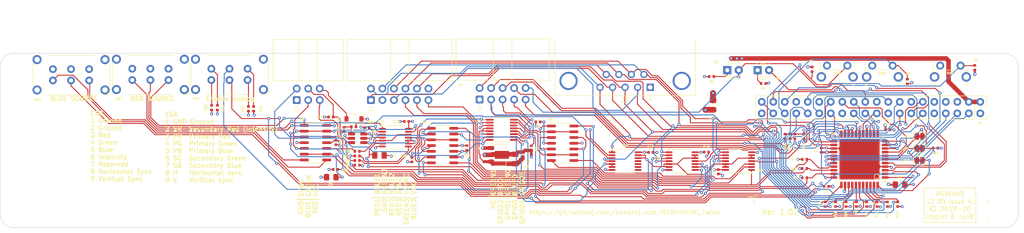
<source format=kicad_pcb>
(kicad_pcb
	(version 20241229)
	(generator "pcbnew")
	(generator_version "9.0")
	(general
		(thickness 1.6)
		(legacy_teardrops no)
	)
	(paper "A4")
	(title_block
		(title "RGBtoHDMI_Table")
		(date "2025-10-01")
		(rev "1.02")
		(company "SweProj.com")
	)
	(layers
		(0 "F.Cu" signal)
		(4 "In1.Cu" signal)
		(6 "In2.Cu" signal)
		(2 "B.Cu" signal)
		(13 "F.Paste" user)
		(15 "B.Paste" user)
		(5 "F.SilkS" user "F.Silkscreen")
		(7 "B.SilkS" user "B.Silkscreen")
		(1 "F.Mask" user)
		(3 "B.Mask" user)
		(17 "Dwgs.User" user "User.Drawings")
		(19 "Cmts.User" user "User.Comments")
		(25 "Edge.Cuts" user)
		(27 "Margin" user)
		(31 "F.CrtYd" user "F.Courtyard")
		(29 "B.CrtYd" user "B.Courtyard")
		(35 "F.Fab" user)
		(33 "B.Fab" user)
	)
	(setup
		(stackup
			(layer "F.SilkS"
				(type "Top Silk Screen")
			)
			(layer "F.Paste"
				(type "Top Solder Paste")
			)
			(layer "F.Mask"
				(type "Top Solder Mask")
				(thickness 0.01)
			)
			(layer "F.Cu"
				(type "copper")
				(thickness 0.035)
			)
			(layer "dielectric 1"
				(type "prepreg")
				(thickness 0.1)
				(material "FR4")
				(epsilon_r 4.5)
				(loss_tangent 0.02)
			)
			(layer "In1.Cu"
				(type "copper")
				(thickness 0.035)
			)
			(layer "dielectric 2"
				(type "core")
				(thickness 1.24)
				(material "FR4")
				(epsilon_r 4.5)
				(loss_tangent 0.02)
			)
			(layer "In2.Cu"
				(type "copper")
				(thickness 0.035)
			)
			(layer "dielectric 3"
				(type "prepreg")
				(thickness 0.1)
				(material "FR4")
				(epsilon_r 4.5)
				(loss_tangent 0.02)
			)
			(layer "B.Cu"
				(type "copper")
				(thickness 0.035)
			)
			(layer "B.Mask"
				(type "Bottom Solder Mask")
				(thickness 0.01)
			)
			(layer "B.Paste"
				(type "Bottom Solder Paste")
			)
			(layer "B.SilkS"
				(type "Bottom Silk Screen")
			)
			(copper_finish "None")
			(dielectric_constraints no)
		)
		(pad_to_mask_clearance 0.05)
		(solder_mask_min_width 0.1)
		(allow_soldermask_bridges_in_footprints yes)
		(tenting front back)
		(aux_axis_origin 84.402 56.40096)
		(grid_origin 45.002 28.00096)
		(pcbplotparams
			(layerselection 0x00000000_00000000_55555555_575555ff)
			(plot_on_all_layers_selection 0x00000000_00000000_00000000_00000000)
			(disableapertmacros no)
			(usegerberextensions yes)
			(usegerberattributes no)
			(usegerberadvancedattributes no)
			(creategerberjobfile no)
			(dashed_line_dash_ratio 12.000000)
			(dashed_line_gap_ratio 3.000000)
			(svgprecision 4)
			(plotframeref no)
			(mode 1)
			(useauxorigin no)
			(hpglpennumber 1)
			(hpglpenspeed 20)
			(hpglpendiameter 15.000000)
			(pdf_front_fp_property_popups yes)
			(pdf_back_fp_property_popups yes)
			(pdf_metadata yes)
			(pdf_single_document no)
			(dxfpolygonmode yes)
			(dxfimperialunits yes)
			(dxfusepcbnewfont yes)
			(psnegative no)
			(psa4output no)
			(plot_black_and_white yes)
			(sketchpadsonfab no)
			(plotpadnumbers no)
			(hidednponfab no)
			(sketchdnponfab yes)
			(crossoutdnponfab yes)
			(subtractmaskfromsilk no)
			(outputformat 1)
			(mirror no)
			(drillshape 0)
			(scaleselection 1)
			(outputdirectory "manufacturing/")
		)
	)
	(net 0 "")
	(net 1 "/3V3")
	(net 2 "/GPIO19")
	(net 3 "/GPIO16")
	(net 4 "/GPIO26")
	(net 5 "Net-(D1-K)")
	(net 6 "Net-(D2-K)")
	(net 7 "/VCC")
	(net 8 "GND")
	(net 9 "/SYNC")
	(net 10 "/VSYNC")
	(net 11 "/RxD")
	(net 12 "/TxD")
	(net 13 "/SPDATA")
	(net 14 "/SPCLK")
	(net 15 "/CLKEN")
	(net 16 "/R1")
	(net 17 "/B1")
	(net 18 "/G2")
	(net 19 "/R2")
	(net 20 "/B2")
	(net 21 "/R3")
	(net 22 "/G3")
	(net 23 "/B3")
	(net 24 "/B0")
	(net 25 "/G0")
	(net 26 "/R0")
	(net 27 "/G1")
	(net 28 "/GPIO27_genlock")
	(net 29 "/GPIO25_mode7")
	(net 30 "/GPIO0_sp_data")
	(net 31 "/GPIO20_sp_clk")
	(net 32 "/GPIO1_sp_clken")
	(net 33 "/GPIO17_psync")
	(net 34 "/GPIO18_Version")
	(net 35 "/GPIO22_analog")
	(net 36 "/GPIO24_mux")
	(net 37 "/GPIO21_clk")
	(net 38 "/GPIO2_Q00")
	(net 39 "/GPIO3_Q01")
	(net 40 "/GPIO4_Q02")
	(net 41 "/GPIO10_Q08")
	(net 42 "/GPIO9_Q07")
	(net 43 "/GPIO11_Q09")
	(net 44 "/GPIO8_Q06")
	(net 45 "/GPIO7_Q05")
	(net 46 "/GPIO5_Q03")
	(net 47 "/GPIO6_Q04")
	(net 48 "/GPIO12_Q10")
	(net 49 "/GPIO13_Q11")
	(net 50 "/GPIO23_csync")
	(net 51 "/AGREEN")
	(net 52 "/CGREEN")
	(net 53 "/CLAMPLVL")
	(net 54 "/VANALOG")
	(net 55 "/ASYNC")
	(net 56 "/VCLAMP")
	(net 57 "Net-(R27-Pad2)")
	(net 58 "/ABLUE")
	(net 59 "Net-(R28-Pad2)")
	(net 60 "/ARED")
	(net 61 "Net-(R29-Pad2)")
	(net 62 "/SGREEN")
	(net 63 "unconnected-(U4-DOUT-Pad14)")
	(net 64 "/REFGYSYNC")
	(net 65 "/REFRBUVLO")
	(net 66 "/REFSYNC")
	(net 67 "/SPARE")
	(net 68 "/REFGYLO")
	(net 69 "/REFGYHI")
	(net 70 "/REFRBUVHI")
	(net 71 "/DETECT")
	(net 72 "/B3_A")
	(net 73 "/R2_A")
	(net 74 "/B2_A")
	(net 75 "/SYNC_A")
	(net 76 "/G2_A")
	(net 77 "/VSYNC_A")
	(net 78 "/TERM")
	(net 79 "/R3_A")
	(net 80 "/G0_A")
	(net 81 "/B1_A")
	(net 82 "/R1_A")
	(net 83 "unconnected-(U11-Pad8)")
	(net 84 "unconnected-(U11-Pad9)")
	(net 85 "/VCC_IN")
	(net 86 "unconnected-(P5-Pin_1-Pad1)")
	(net 87 "unconnected-(U11-Pad10)")
	(net 88 "unconnected-(U11-Pad11)")
	(net 89 "Net-(SW4B-A)")
	(net 90 "Net-(SW4A-A)")
	(net 91 "/DETECT2")
	(net 92 "Net-(SW4A-C)")
	(net 93 "Net-(SW4B-C)")
	(net 94 "Net-(SW5A-C)")
	(net 95 "Net-(SW5A-A)")
	(net 96 "Net-(SW7A-C)")
	(net 97 "Net-(SW7A-A)")
	(footprint "rgbtohdmi:RPi_Hat_Mounting_Hole" (layer "F.Cu") (at 268.721 97.27))
	(footprint "rgbtohdmi:RPi_Hat_Mounting_Hole" (layer "F.Cu") (at 210.721 97.27))
	(footprint "rgbtohdmi:RPi_Hat_Mounting_Hole" (layer "F.Cu") (at 268.721 120.27))
	(footprint "rgbtohdmi:RPi_Hat_Mounting_Hole" (layer "F.Cu") (at 210.721 120.27))
	(footprint "Jumper:SolderJumper-2_P1.3mm_Bridged_RoundedPad1.0x1.5mm" (layer "F.Cu") (at 250.462 108.95496))
	(footprint "Jumper:SolderJumper-2_P1.3mm_Bridged_RoundedPad1.0x1.5mm" (layer "F.Cu") (at 250.462 103.62096 180))
	(footprint "Jumper:SolderJumper-2_P1.3mm_Bridged_RoundedPad1.0x1.5mm" (layer "F.Cu") (at 250.462 106.28796 180))
	(footprint "Capacitor_SMD:C_0805_2012Metric_Pad1.18x1.45mm_HandSolder" (layer "F.Cu") (at 246.129 114.28896))
	(footprint "Capacitor_SMD:C_0402_1005Metric" (layer "F.Cu") (at 228.73 106.66896 90))
	(footprint "Capacitor_SMD:C_0402_1005Metric" (layer "F.Cu") (at 243.4086 102.14776))
	(footprint "Capacitor_SMD:C_0402_1005Metric" (layer "F.Cu") (at 229.8515 114.66996 180))
	(footprint "Resistor_SMD:R_0402_1005Metric" (layer "F.Cu") (at 262.6292 88.45296 90))
	(footprint "Resistor_SMD:R_0402_1005Metric" (layer "F.Cu") (at 226.7136 88.80656 -90))
	(footprint "Resistor_SMD:R_0402_1005Metric" (layer "F.Cu") (at 247.7448 91.50096 90))
	(footprint "Resistor_SMD:R_0402_1005Metric" (layer "F.Cu") (at 215.944 91.93696))
	(footprint "Resistor_SMD:R_0402_1005Metric" (layer "F.Cu") (at 204.475 90.41296 180))
	(footprint "Button_Switch_THT:SW_Tactile_SPST_Angled_PTS645Vx39-2LFS" (layer "F.Cu") (at 255 88))
	(footprint "Button_Switch_THT:SW_Tactile_SPST_Angled_PTS645Vx39-2LFS" (layer "F.Cu") (at 230 88))
	(footprint "Button_Switch_THT:SW_Tactile_SPST_Angled_PTS645Vx39-2LFS" (layer "F.Cu") (at 240 88))
	(footprint "Package_QFP:LQFP-44_10x10mm_P0.8mm" (layer "F.Cu") (at 237.183 108.70096 180))
	(footprint "rgbtohdmi:PinSocket_2x20_P2.54mm_Vertical_Custom" (layer "F.Cu") (at 263.853 98.54096 -90))
	(footprint "Resistor_SMD:R_0402_1005Metric" (layer "F.Cu") (at 222.888 103.61896 90))
	(footprint "Connector_IDC:IDC-Header_2x06_P2.54mm_Horizontal" (layer "F.Cu") (at 129.286 95.6135 90))
	(footprint "Connector_IDC:IDC-Header_2x05_P2.54mm_Horizontal" (layer "F.Cu") (at 153.289 95.4865 90))
	(footprint "LED_THT:LED_D3.0mm" (layer "F.Cu") (at 214.674 89))
	(footprint "LED_THT:LED_D3.0mm" (layer "F.Cu") (at 207.9782 89))
	(footprint "rgbtohdmi:SW_E-Switch_SK-22H13-G090_DPDT_Angled" (layer "F.Cu") (at 67.055 91.273 180))
	(footprint "Resistor_SMD:R_0402_1005Metric" (layer "F.Cu") (at 231.905 118.60696 -90))
	(footprint "Capacitor_SMD:C_0402_1005Metric" (layer "F.Cu") (at 162.9088 107.57656 90))
	(footprint "rgbtohdmi:SW_E-Switch_SK-22H13-G090_DPDT_Angled" (layer "F.Cu") (at 84.582 91.186 180))
	(footprint "Resistor_SMD:R_0402_1005Metric" (layer "F.Cu") (at 94.107 97.28 -90))
	(footprint "Package_SO:TSSOP-14_4.4x5mm_P0.65mm"
		(layer "F.Cu")
		(uuid "15651681-b594-4818-bb5f-8c7a38558484")
		(at 210.4674 109.08776 180)
		(descr "TSSOP, 14 Pin (JEDEC MO-153 variation AB-1, 1.00mm body thickness, https://www.jedec.org/document_search?search_api_views_fulltext=MO-153), generated with kicad-footprint-generator ipc_gullwing_generator.py")
		(tags "TSSOP SO")
		(property "Reference" "U9"
			(at -4.826 -2.032 0)
			(layer "F.SilkS")
			(uuid "70a99734-03d2-40f7-a6a8-37309b73d8c8")
			(effects
				(font
					(size 0.5 0.5)
					(thickness 0.15)
				)
			)
		)
		(property "Value" "74LVC4066D"
			(at 0 3.45 0)
			(layer "F.Fab")
			(uuid "2b575632-cee2-483e-af98-8764477aa61f")
			(effects
				(font
					(size 1 1)
					(thickness 0.15)
				)
			)
		)
		(property "Datasheet" "http://www.ti.com/lit/ds/symlink/cd74LVC4066Db.pdf"
			(at 0 0 180)
			(unlocked yes)
			(layer "F.Fab")
			(hide yes)
			(uuid "747c942a-5d88-4ac5-bc25-51d1d79c9c7a")
			(effects
				(font
					(size 1.27 1.27)
					(thickness 0.15)
				)
			)
		)
		(property "Description" ""
			(at 0 0 180)
			(unlocked yes)
			(layer "F.Fab")
			(hide yes)
			(uuid "16d0d94b-e333-4aeb-abda-d158ec80ae3c")
			(effects
				(font
					(size 1.27 1.27)
					(thickness 0.15)
				)
			)
		)
		(property "LCSC" "C426711"
			(at 0 0 180)
			(unlocked yes)
			(layer "F.Fab")
			(hide yes)
			(uuid "eafe1af8-cef8-4a1f-bb8e-a422d90a91c2")
			(effects
				(font
					(size 1 1)
					(thickness 0.15)
				)
			)
		)
		(property ki_fp_filters "DIP?14*")
		(path "/fbc96ade-fe9e-4948-a893-62b7fd346d1a")
		(sheetname "/")
		(sheetfile "rgb-to-hdmi.kicad_sch")
		(attr smd)
		(fp_line
			(start 0 2.61)
			(end 2.2 2.61)
			(stroke
				(width 0.12)
				(type solid)
			)
			(layer "F.SilkS")
			(uuid "b0ac1490-df54-449c-b70b-ceb43c4ff14b")
		)
		(fp_line
			(start 0 2.61)
			(end -2.2 2.61)
			(stroke
				(width 0.12)
				(type solid)
			)
			(layer "F.SilkS")
			(uuid "6eee8472-836c-42e8-90af-fc1bcf34430d")
		)
		(fp_line
			(start 0 -2.61)
			(end 2.2 -2.61)
			(stroke
				(width 0.12)
				(type solid)
			)
			(layer "F.SilkS")
			(uuid "ce92eae9-3bcf-4ff0-b972-019c24b90fdc")
		)
		(fp_line
			(start 0 -2.61)
			(end -2.2 -2.61)
			(stroke
				(width 0.12)
				(type solid)
			)
			(layer "F.SilkS")
			(uuid "030f570f-8c58-4315-ab18-d692ef9d0ffa")
		)
		(fp_poly
			(pts
				(xy -2.9 -2.41) (xy -3.14 -2.74) (xy -2.66 -2.74)
			)
			(stroke
				(width 0.12)
				(type solid)
			)
			(fill yes)
			(layer "F.SilkS")
			(uuid "a879236f-1a4b-430d-b618-8ce05bb7c7ef")
		)
		(fp_line
			(start 3.85 2.4)
			(end 2.45 2.4)
			(stroke
				(width 0.05)
				(type solid)
			)
			(layer "F.CrtYd")
			(uuid "703abffa-5d6c-41fb-a2fd-3327068a10fc")
		)
		(fp_line
			(start 3.85 -2.4)
			(end 3.85 2.4)
			(stroke
				(width 0.05)
				(type solid)
			)
			(layer "F.CrtYd")
			(uuid "97ff48ef-464d-49fc-b1a0-25d4b789e134")
		)
		(fp_line
			(start 2.45 2.75)
			(end -2.45 2.75)
			(stroke
				(width 0.05)
				(type solid)
			)
			(layer "F.CrtYd")
			(uuid "13b788e2-e870-452f-bd14-9ac2116343f7")
		)
		(fp_line
			(start 2.45 2.4)
			(end 2.45 2.75)
			(stroke
				(width 0.05)
				(type solid)
			)
			(layer "F.CrtYd")
			(uuid "b73e9b5c-3e4f-4c54-b898-dac095f31ec2")
		)
		(fp_line
			(start 2.45 -2.4)
			(end 3.85 -2.4)
			(stroke
				(width 0.05)
				(type solid)
			)
			(layer "F.CrtYd")
			(uuid "fd857843-995a-458d-8461-51bd99c65284")
		)
		(fp_line
			(start 2.45 -2.75)
			(end 2.45 -2.4)
			(stroke
				(width 0.05)
				(type solid)
			)
			(layer "F.CrtYd")
			(uuid "0d8ea93d-9064-481a-bd5c-b174a9bebd49")
		)
		(fp_line
			(start -2.45 2.75)
			(end -2.45 2.4)
			(stroke
				(width 0.05)
				(type solid)
			)
			(layer "F.CrtYd")
			(uuid "9ebebd9a-9fac-4db3-87e8-9859543c282b")
		)
		(fp_line
			(start -2.45 2.4)
			(end -3.85 2.4)
			(stroke
				(width 0.05)
				(type solid)
			)
			(layer "F.CrtYd")
			(uuid "2be93a28-370f-42bc-ba49-142f9876ced5")
		)
		(fp_line
			(start -2.45 -2.4)
			(end -2.45 -2.75)
			(stroke
				(width 0.05)
				(type solid)
			)
			(layer "F.CrtYd")
			(uuid "cf71bfda-d240-4b9e-9fb2-124e0841c37d")
		)
		(fp_line
			(start -2.45 -2.75)
			(end 2.45 -2.75)
			(stroke
				(width 0.05)
				(type solid)
			)
			(layer "F.CrtYd")
			(uuid "1e327f60-2d4a-492b-83e3-3a7aa1f6ff2a")
		)
		(fp_line
			(start -3.85 2.4)
			(end -3.85 -2.4)
			(stroke
				(width 0.05)
				(type solid)
			)
			(layer "F.CrtYd")
			(uuid "3e390b18-7a58-4b08-bbfc-873b94534dfc")
		)
		(fp_line
			(start -3.85 -2.4)
			(end -2.45 -2.4)
			(stroke
				(width 0.05)
				(type solid)
			)
			(layer "F.CrtYd")
			(uuid "811eba57-ba16-49e7-9b26-cacdc5e2f74b")
		)
		(fp_poly
			(pts
				(xy -2.2 -1.5) (xy -2.2 2.5) (xy 2.2 2.5) (xy 2.2 -2.5) (xy -1.2 -2.5)
			)
			(stroke
				(width 0.1)
				(type solid)
			)
			(fill no)
			(layer "F.Fab")
			(uuid "942a0cc0-c74d-438c-9655-5621b3d186fb")
		)
		(fp_text user "${REFERENCE}"
			(at 0 0 0)
			(layer "F.Fab")
			(uuid "4a37d624-3332-4220-83b8-f3a6b6c1229a")
			(effects
				(font
					(size 0.5 0.5)
					(thickness 0.15)
				)
			)
		)
		(pad "1" smd roundrect
			(at -2.8625 -1.95 180)
			(size 1.475 0.4)
			(layers "F.Cu" "F.Mask" "F.Paste")
			(roundrect_rratio 0.25)
			(net 23 "/B3")
			(pintype "passive")
			(uuid "399b11ce-6c78-4c99-a887-a614faf27610")
		)
		(pad "2" smd roundrect
			(at -2.8625 -1.3 180)
			(size 1.475 0.4)
			(layers "F.Cu" "F.Mask" "F.Paste")
			(roundrect_rratio 0.25)
			(net 72 "/B3_A")
			(pintype "passive")
			(uuid "499847f0-4863-4b21-9fcc-11a557e47f7a")
		)
		(pad "3" smd roundrect
			(at -2.8625 -0.65 180)
			(size 1.475 0.4)
			(layers "F.Cu" "F.Mask" "F.Paste")
			(roundrect_rratio 0.25)
			(net 73 "/R2_A")
			(pintype "passive")
			(uuid "48350e6b-0a92-4b60-82d6-90f64f6e3c28")
		)
		(pad "4" smd roundrect
			(at -2.8625 0 180)
			(size 1.475 0.4)
			(layers "F.Cu" "F.Mask" "F.Paste")
			(roundrect_rratio 0.25)
			(net 19 "/R2")
			(pintype "passive")
			(uuid "df5147de-e7ed-4352-a9a2-9f91629d157d")
		)
		(pad "5" smd roundrect
			(at -2.8625 0.65 180)
			(size 1.475 0.4)
			(layers "F.Cu" "F.Mask" "F.Paste")
			(roundrect_rratio 0.25)
			(net 91 "/DETECT2")
			(pintype "input")
			(uuid "6e4050a9-832f-463e-951a-c4c23fa7b6e7")
		)
		(pad "6" smd roundrect
			(at -2.8625 1.3 180)
			(size 1.475 0.4)
			(layers "F.Cu" "F.Mask" "F.Paste")
			(roundrect_rratio 0.25)
			(net 91 "/DETECT2")
			(pintype "input")
			(uuid "ab1e8f01-f8ca-4684-8b23-889c1ff097a8")
		)
		(pad "7" smd roundrect
			(at -2.8625 1.95 180)
			(size 1.475 0.4)
			(layers "F.Cu" "F.Mask" "F.Paste")
			(roundrect_rratio 0.25)
			(net 8 "GND")
			(pinfunction "VSS")
			(pintype "power_in")
			(uuid "07cce896-1902-415f-a9c8-01c7e2115a71")
		)
		(pad "8" smd roundrect
			(at 2.8625 1.95 180)
			(size 1.475 0.4)
			(layers "F.Cu" "F.Mask" "F.Paste")
			(roundrect_rratio 0.25)
			(net 18 "/G2")
			(pintype "passive")
			(uuid "f58ab36f-db59-4d87-bb37-e4c62f0ee688")
		)
		(pad "9" smd roundrect
			(at 2.8625 1.3 180)
			(size 1.475 0.4)
			(layers "F.Cu" "F.Mask" "F.Paste")
			(roundrect_rratio 0.25)
			(net 76 "/G2_A")
			(pintype "passive")
			(uuid "e760bbc8-a9e6-44d2-9bd8-dc2c9d2c879e")
		)
		(pad "10" smd roundrect
			(at 2.8625 0.65 180)
			(size 1.475 0.4)
			(layers "F.Cu" "F.Mask" "F.Pas
... [1484325 chars truncated]
</source>
